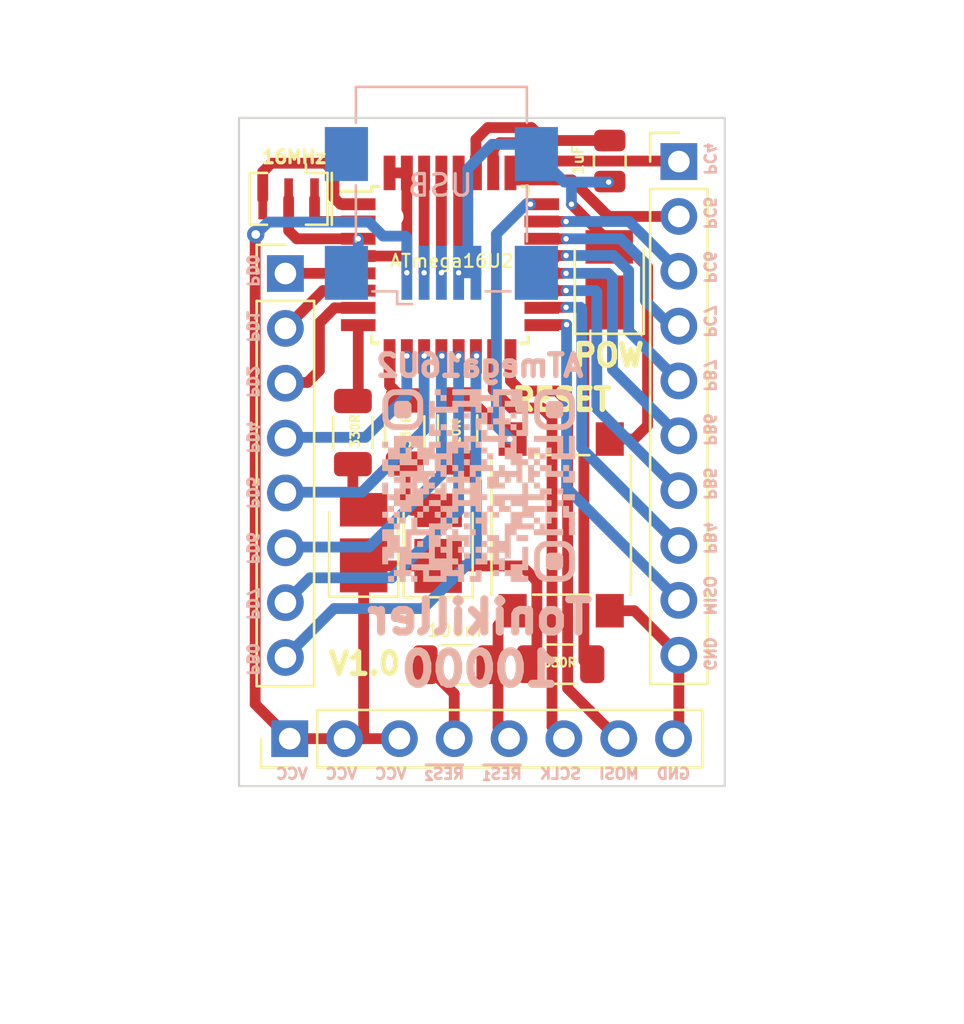
<source format=kicad_pcb>
(kicad_pcb (version 20211014) (generator pcbnew)
  (layers (0 "F.Cu" signal) (31 "B.Cu" signal) (34 "B.Paste" user) (35 "F.Paste" user) (36 "B.SilkS" user "B.Silkscreen") (37 "F.SilkS" user "F.Silkscreen") (38 "B.Mask" user) (39 "F.Mask" user) (44 "Edge.Cuts" user))
  (net 0 "")
  (footprint "Package_QFP:TQFP-32_7x7mm_P0.8mm" (layer "F.Cu") (at 143.35 85.275)
    (fp_text reference "ATmega16U2" (at 0.075 -0.175) (layer "F.SilkS") (effects (font (size 0.6 0.6) (thickness 0.1))))
    (fp_text value "TQFP-32_7x7mm_P0.8mm")
    (pad "1" smd rect (at -4.25 -2.8) (size 1.6 0.55) (layers "F.Cu" "F.Paste" "F.Mask"))
    (pad "2" smd rect (at -4.25 -2) (size 1.6 0.55) (layers "F.Cu" "F.Paste" "F.Mask"))
    (pad "3" smd rect (at -4.25 -1.2) (size 1.6 0.55) (layers "F.Cu" "F.Paste" "F.Mask"))
    (pad "4" smd rect (at -4.25 -0.4) (size 1.6 0.55) (layers "F.Cu" "F.Paste" "F.Mask"))
    (pad "5" smd rect (at -4.25 0.4) (size 1.6 0.55) (layers "F.Cu" "F.Paste" "F.Mask"))
    (pad "6" smd rect (at -4.25 1.2) (size 1.6 0.55) (layers "F.Cu" "F.Paste" "F.Mask"))
    (pad "7" smd rect (at -4.25 2) (size 1.6 0.55) (layers "F.Cu" "F.Paste" "F.Mask"))
    (pad "8" smd rect (at -4.25 2.8) (size 1.6 0.55) (layers "F.Cu" "F.Paste" "F.Mask"))
    (pad "9" smd rect (at -2.8 4.25 90) (size 1.6 0.55) (layers "F.Cu" "F.Paste" "F.Mask"))
    (pad "10" smd rect (at -2 4.25 90) (size 1.6 0.55) (layers "F.Cu" "F.Paste" "F.Mask"))
    (pad "11" smd rect (at -1.2 4.25 90) (size 1.6 0.55) (layers "F.Cu" "F.Paste" "F.Mask"))
    (pad "12" smd rect (at -0.4 4.25 90) (size 1.6 0.55) (layers "F.Cu" "F.Paste" "F.Mask"))
    (pad "13" smd rect (at 0.4 4.25 90) (size 1.6 0.55) (layers "F.Cu" "F.Paste" "F.Mask"))
    (pad "14" smd rect (at 1.2 4.25 90) (size 1.6 0.55) (layers "F.Cu" "F.Paste" "F.Mask"))
    (pad "15" smd rect (at 2 4.25 90) (size 1.6 0.55) (layers "F.Cu" "F.Paste" "F.Mask"))
    (pad "16" smd rect (at 2.8 4.25 90) (size 1.6 0.55) (layers "F.Cu" "F.Paste" "F.Mask"))
    (pad "17" smd rect (at 4.25 2.8) (size 1.6 0.55) (layers "F.Cu" "F.Paste" "F.Mask"))
    (pad "18" smd rect (at 4.25 2) (size 1.6 0.55) (layers "F.Cu" "F.Paste" "F.Mask"))
    (pad "19" smd rect (at 4.25 1.2) (size 1.6 0.55) (layers "F.Cu" "F.Paste" "F.Mask"))
    (pad "20" smd rect (at 4.25 0.4) (size 1.6 0.55) (layers "F.Cu" "F.Paste" "F.Mask"))
    (pad "21" smd rect (at 4.25 -0.4) (size 1.6 0.55) (layers "F.Cu" "F.Paste" "F.Mask"))
    (pad "22" smd rect (at 4.25 -1.2) (size 1.6 0.55) (layers "F.Cu" "F.Paste" "F.Mask"))
    (pad "23" smd rect (at 4.25 -2) (size 1.6 0.55) (layers "F.Cu" "F.Paste" "F.Mask"))
    (pad "24" smd rect (at 4.25 -2.8) (size 1.6 0.55) (layers "F.Cu" "F.Paste" "F.Mask"))
    (pad "25" smd rect (at 2.8 -4.25 90) (size 1.6 0.55) (layers "F.Cu" "F.Paste" "F.Mask"))
    (pad "26" smd rect (at 2 -4.25 90) (size 1.6 0.55) (layers "F.Cu" "F.Paste" "F.Mask"))
    (pad "27" smd rect (at 1.2 -4.25 90) (size 1.6 0.55) (layers "F.Cu" "F.Paste" "F.Mask"))
    (pad "28" smd rect (at 0.4 -4.25 90) (size 1.6 0.55) (layers "F.Cu" "F.Paste" "F.Mask"))
    (pad "29" smd rect (at -0.4 -4.25 90) (size 1.6 0.55) (layers "F.Cu" "F.Paste" "F.Mask"))
    (pad "30" smd rect (at -1.2 -4.25 90) (size 1.6 0.55) (layers "F.Cu" "F.Paste" "F.Mask"))
    (pad "31" smd rect (at -2 -4.25 90) (size 1.6 0.55) (layers "F.Cu" "F.Paste" "F.Mask"))
    (pad "32" smd rect (at -2.8 -4.25 90) (size 1.6 0.55) (layers "F.Cu" "F.Paste" "F.Mask"))
  )
  (footprint "LED_SMD:LED_PLCC_2835_Handsoldering" (layer "F.Cu") (at 142.8 98.175 90)
    (fp_text reference "REF**" hide)
    (fp_text value "LED_PLCC_2835_Handsoldering")
    (pad "1" smd rect (at -1.05 0 90) (size 2.5 2.2) (layers "F.Cu" "F.Paste" "F.Mask"))
    (pad "2" smd rect (at 1.525 0 90) (size 1.55 2.2) (layers "F.Cu" "F.Paste" "F.Mask"))
  )
  (footprint "Resistor_SMD:R_1206_3216Metric" (layer "F.Cu") (at 138.85 93.05 -90)
    (fp_text reference "330R" (at -0.075 -0.1 90) (layer "F.SilkS") (effects (font (size 0.4 0.4) (thickness 0.1))))
    (fp_text value "R_1206_3216Metric")
    (pad "1" smd roundrect (at -1.4625 0 270) (size 1.125 1.75) (layers "F.Cu" "F.Paste" "F.Mask") (roundrect_rratio 0.222222))
    (pad "2" smd roundrect (at 1.4625 0 270) (size 1.125 1.75) (layers "F.Cu" "F.Paste" "F.Mask") (roundrect_rratio 0.222222))
  )
  (footprint "LED_SMD:LED_PLCC_2835_Handsoldering" (layer "F.Cu") (at 150.725 85.975 90)
    (fp_text reference "REF**" hide)
    (fp_text value "LED_PLCC_2835_Handsoldering")
    (pad "1" smd rect (at -1.05 0 90) (size 2.5 2.2) (layers "F.Cu" "F.Paste" "F.Mask"))
    (pad "2" smd rect (at 1.525 0 90) (size 1.55 2.2) (layers "F.Cu" "F.Paste" "F.Mask"))
  )
  (footprint "Resistor_SMD:R_1206_3216Metric" (layer "F.Cu") (at 143.7 92.975 90)
    (fp_text reference "10K" (at -0.05 -0.075 90) (layer "F.SilkS") (effects (font (size 0.4 0.4) (thickness 0.1))))
    (fp_text value "R_1206_3216Metric")
    (pad "1" smd roundrect (at -1.4625 0 90) (size 1.125 1.75) (layers "F.Cu" "F.Paste" "F.Mask") (roundrect_rratio 0.222222))
    (pad "2" smd roundrect (at 1.4625 0 90) (size 1.125 1.75) (layers "F.Cu" "F.Paste" "F.Mask") (roundrect_rratio 0.222222))
  )
  (footprint "Connector_PinHeader_2.54mm:PinHeader_1x08_P2.54mm_Vertical" (layer "F.Cu") (at 135.725 85.685)
    (fp_text reference "REF**" hide)
    (fp_text value "PinHeader_1x08_P2.54mm_Vertical")
    (pad "1" thru_hole rect (at 0 0) (size 1.7 1.7) (drill 1) (layers F&B.Cu *.Mask))
    (pad "2" thru_hole oval (at 0 2.54) (size 1.7 1.7) (drill 1) (layers F&B.Cu *.Mask))
    (pad "3" thru_hole oval (at 0 5.08) (size 1.7 1.7) (drill 1) (layers F&B.Cu *.Mask))
    (pad "4" thru_hole oval (at 0 7.62) (size 1.7 1.7) (drill 1) (layers F&B.Cu *.Mask))
    (pad "5" thru_hole oval (at 0 10.16) (size 1.7 1.7) (drill 1) (layers F&B.Cu *.Mask))
    (pad "6" thru_hole oval (at 0 12.7) (size 1.7 1.7) (drill 1) (layers F&B.Cu *.Mask))
    (pad "7" thru_hole oval (at 0 15.24) (size 1.7 1.7) (drill 1) (layers F&B.Cu *.Mask))
    (pad "8" thru_hole oval (at 0 17.78) (size 1.7 1.7) (drill 1) (layers F&B.Cu *.Mask))
  )
  (footprint "Capacitor_SMD:C_1206_3216Metric" (layer "F.Cu") (at 143.675 103.8)
    (fp_text reference "100nF" (at 0 -1.6) (layer "F.SilkS") (effects (font (size 0.6 0.6) (thickness 0.1))))
    (fp_text value "C_1206_3216Metric")
    (pad "1" smd roundrect (at -1.475 0) (size 1.15 1.8) (layers "F.Cu" "F.Paste" "F.Mask") (roundrect_rratio 0.217391))
    (pad "2" smd roundrect (at 1.475 0) (size 1.15 1.8) (layers "F.Cu" "F.Paste" "F.Mask") (roundrect_rratio 0.217391))
  )
  (footprint "Resistor_SMD:R_1206_3216Metric" (layer "F.Cu") (at 141.25 93.025 -90)
    (fp_text reference "330R" (at -0.05 -0.075 -270) (layer "F.SilkS") (effects (font (size 0.4 0.4) (thickness 0.1))))
    (fp_text value "R_1206_3216Metric")
    (pad "1" smd roundrect (at -1.4625 0 270) (size 1.125 1.75) (layers "F.Cu" "F.Paste" "F.Mask") (roundrect_rratio 0.222222))
    (pad "2" smd roundrect (at 1.4625 0 270) (size 1.125 1.75) (layers "F.Cu" "F.Paste" "F.Mask") (roundrect_rratio 0.222222))
  )
  (footprint "Button_Switch_SMD:SW_Push_1P1T_NO_6x6mm_H9.5mm" (layer "F.Cu") (at 148.5 97.325 90)
    (fp_text reference "RESET" (at 5.8 0.025) (layer "F.SilkS") (effects (font (thickness 0.25))))
    (fp_text value "SW_Push_1P1T_NO_6x6mm_H9.5mm")
    (pad "1" smd rect (at -3.975 -2.25 90) (size 1.55 1.3) (layers "F.Cu" "F.Paste" "F.Mask"))
    (pad "1" smd rect (at 3.975 -2.25 90) (size 1.55 1.3) (layers "F.Cu" "F.Paste" "F.Mask"))
    (pad "2" smd rect (at -3.975 2.25 90) (size 1.55 1.3) (layers "F.Cu" "F.Paste" "F.Mask"))
    (pad "2" smd rect (at 3.975 2.25 90) (size 1.55 1.3) (layers "F.Cu" "F.Paste" "F.Mask"))
  )
  (footprint "Crystal:Resonator_SMD_Murata_CSTxExxV-3Pin_3.0x1.1mm" (layer "F.Cu") (at 135.875 82.225 180)
    (fp_text reference "16MHz" (at -0.25 1.94) (layer "F.SilkS") (effects (font (size 0.6 0.6))))
    (fp_text value "Resonator_SMD_Murata_CSTxExxV-3Pin_3.0x1.1mm")
    (pad "1" smd rect (at -1.2 0 180) (size 0.4 1.9) (layers "F.Cu" "F.Paste" "F.Mask"))
    (pad "2" smd rect (at 0 0 180) (size 0.4 1.9) (layers "F.Cu" "F.Paste" "F.Mask"))
    (pad "3" smd rect (at 1.2 0 180) (size 0.4 1.9) (layers "F.Cu" "F.Paste" "F.Mask"))
  )
  (footprint "Connector_PinHeader_2.54mm:PinHeader_1x10_P2.54mm_Vertical" (layer "F.Cu") (at 153.95 80.5)
    (fp_text reference "REF**" hide)
    (fp_text value "PinHeader_1x10_P2.54mm_Vertical")
    (pad "1" thru_hole rect (at 0 0) (size 1.7 1.7) (drill 1) (layers *.Cu *.Mask))
    (pad "2" thru_hole oval (at 0 2.54) (size 1.7 1.7) (drill 1) (layers *.Cu *.Mask))
    (pad "3" thru_hole oval (at 0 5.08) (size 1.7 1.7) (drill 1) (layers *.Cu *.Mask))
    (pad "4" thru_hole oval (at 0 7.62) (size 1.7 1.7) (drill 1) (layers *.Cu *.Mask))
    (pad "5" thru_hole oval (at 0 10.16) (size 1.7 1.7) (drill 1) (layers *.Cu *.Mask))
    (pad "6" thru_hole oval (at 0 12.7) (size 1.7 1.7) (drill 1) (layers *.Cu *.Mask))
    (pad "7" thru_hole oval (at 0 15.24) (size 1.7 1.7) (drill 1) (layers *.Cu *.Mask))
    (pad "8" thru_hole oval (at 0 17.78) (size 1.7 1.7) (drill 1) (layers *.Cu *.Mask))
    (pad "9" thru_hole oval (at 0 20.32) (size 1.7 1.7) (drill 1) (layers *.Cu *.Mask))
    (pad "10" thru_hole oval (at 0 22.86) (size 1.7 1.7) (drill 1) (layers *.Cu *.Mask))
  )
  (footprint "Connector_PinHeader_2.54mm:PinHeader_1x08_P2.54mm_Vertical" (layer "F.Cu") (at 135.925 107.225 90)
    (fp_text reference "REF**" hide)
    (fp_text value "PinHeader_1x08_P2.54mm_Vertical")
    (pad "1" thru_hole rect (at 0 0 90) (size 1.7 1.7) (drill 1) (layers F&B.Cu *.Mask))
    (pad "2" thru_hole oval (at 0 2.54 90) (size 1.7 1.7) (drill 1) (layers F&B.Cu *.Mask))
    (pad "3" thru_hole oval (at 0 5.08 90) (size 1.7 1.7) (drill 1) (layers F&B.Cu *.Mask))
    (pad "4" thru_hole oval (at 0 7.62 90) (size 1.7 1.7) (drill 1) (layers F&B.Cu *.Mask))
    (pad "5" thru_hole oval (at 0 10.16 90) (size 1.7 1.7) (drill 1) (layers F&B.Cu *.Mask))
    (pad "6" thru_hole oval (at 0 12.7 90) (size 1.7 1.7) (drill 1) (layers F&B.Cu *.Mask))
    (pad "7" thru_hole oval (at 0 15.24 90) (size 1.7 1.7) (drill 1) (layers F&B.Cu *.Mask))
    (pad "8" thru_hole oval (at 0 17.78 90) (size 1.7 1.7) (drill 1) (layers F&B.Cu *.Mask))
  )
  (footprint "Resistor_SMD:R_1206_3216Metric" (layer "F.Cu") (at 148.475 103.775)
    (fp_text reference "330R" (at -0.05 -0.075) (layer "F.SilkS") (effects (font (size 0.4 0.4) (thickness 0.1))))
    (fp_text value "R_1206_3216Metric")
    (pad "1" smd roundrect (at -1.4625 0) (size 1.125 1.75) (layers "F.Cu" "F.Paste" "F.Mask") (roundrect_rratio 0.222222))
    (pad "2" smd roundrect (at 1.4625 0) (size 1.125 1.75) (layers "F.Cu" "F.Paste" "F.Mask") (roundrect_rratio 0.222222))
  )
  (footprint "LED_SMD:LED_PLCC_2835_Handsoldering" (layer "F.Cu") (at 139.35 98.15 90)
    (fp_text reference "REF**" hide)
    (fp_text value "LED_PLCC_2835_Handsoldering")
    (pad "1" smd rect (at -1.05 0 90) (size 2.5 2.2) (layers "F.Cu" "F.Paste" "F.Mask"))
    (pad "2" smd rect (at 1.525 0 90) (size 1.55 2.2) (layers "F.Cu" "F.Paste" "F.Mask"))
  )
  (footprint "Capacitor_SMD:C_0805_2012Metric" (layer "F.Cu") (at 150.75 80.475 -90)
    (fp_text reference "1uF" (at -0.05 1.475 90) (layer "F.SilkS") (effects (font (size 0.5 0.5) (thickness 0.1))))
    (fp_text value "C_0805_2012Metric")
    (pad "1" smd roundrect (at -0.95 0 270) (size 1 1.45) (layers "F.Cu" "F.Paste" "F.Mask"))
    (pad "2" smd roundrect (at 0.95 0 270) (size 1 1.45) (layers "F.Cu" "F.Paste" "F.Mask"))
  )
  (footprint "Connector_USB:USB_Mini-B_Wuerth_65100516121_Horizontal" (layer "B.Cu") (at 142.95 83.05)
    (fp_text reference "USB" (at -0.05 -1.45) (layer "B.SilkS") (effects (justify mirror)))
    (fp_text value "USB_Mini-B_Wuerth_65100516121_Horizontal")
    (pad "" np_thru_hole circle (at -2.2 0) (size 0.9 0.9) (drill 0.9) (layers *.Cu *.Mask))
    (pad "" np_thru_hole circle (at 2.2 0) (size 0.9 0.9) (drill 0.9) (layers *.Cu *.Mask))
    (pad "1" smd rect (at -1.6 2.6) (size 0.5 2.5) (layers "B.Cu" "B.Paste" "B.Mask"))
    (pad "2" smd rect (at -0.8 2.6) (size 0.5 2.5) (layers "B.Cu" "B.Paste" "B.Mask"))
    (pad "3" smd rect (at 0 2.6) (size 0.5 2.5) (layers "B.Cu" "B.Paste" "B.Mask"))
    (pad "4" smd rect (at 0.8 2.6) (size 0.5 2.5) (layers "B.Cu" "B.Paste" "B.Mask"))
    (pad "5" smd rect (at 1.6 2.6) (size 0.5 2.5) (layers "B.Cu" "B.Paste" "B.Mask"))
    (pad "6" smd rect (at -4.4 2.6) (size 2 2.5) (layers "B.Cu" "B.Paste" "B.Mask"))
    (pad "6" smd rect (at -4.4 -2.9) (size 2 2.5) (layers "B.Cu" "B.Paste" "B.Mask"))
    (pad "6" smd rect (at 4.4 2.6) (size 2 2.5) (layers "B.Cu" "B.Paste" "B.Mask"))
    (pad "6" smd rect (at 4.4 -2.9) (size 2 2.5) (layers "B.Cu" "B.Paste" "B.Mask"))
  )
  (footprint "LOGO" (layer "B.Cu") (at 144.675 95.5 180)
    (fp_text reference "G***" hide)
    (fp_text value "LOGO" hide)
  )
  (gr_rect (start 133.575 78.475) (end 156.075 109.425) (layer "Edge.Cuts") (width 0.1) (fill none))
  (gr_text "PC4" (at 155.375 80.375 270) (layer "B.SilkS") (effects (font (size 0.5 0.5) (thickness 0.125)) (justify mirror)))
  (gr_text "GND" (at 153.7 108.85) (layer "B.SilkS") (effects (font (size 0.5 0.5) (thickness 0.125)) (justify mirror)))
  (gr_text "~{RES_{1}}" (at 145.75765 108.85) (layer "B.SilkS") (effects (font (size 0.5 0.5) (thickness 0.125)) (justify mirror)))
  (gr_text "PD7\n" (at 134.2 100.978568 -90) (layer "B.SilkS") (effects (font (size 0.5 0.5) (thickness 0.125)) (justify mirror)))
  (gr_text "PB4" (at 155.375 97.927773 270) (layer "B.SilkS") (effects (font (size 0.5 0.5) (thickness 0.125)) (justify mirror)))
  (gr_text "VCC" (at 138.315305 108.85) (layer "B.SilkS") (effects (font (size 0.5 0.5) (thickness 0.125)) (justify mirror)))
  (gr_text "PB6" (at 155.375 92.912695 270) (layer "B.SilkS") (effects (font (size 0.5 0.5) (thickness 0.125)) (justify mirror)))
  (gr_text "SCLK" (at 148.464622 108.85) (layer "B.SilkS") (effects (font (size 0.5 0.5) (thickness 0.125)) (justify mirror)))
  (gr_text "Tonikiller\n10000\n" (at 144.725 102.8) (layer "B.SilkS") (effects (font (size 1.5 1.5) (thickness 0.375)) (justify mirror)))
  (gr_text "VCC" (at 136.025 108.85) (layer "B.SilkS") (effects (font (size 0.5 0.5) (thickness 0.125)) (justify mirror)))
  (gr_text "~{RES_{2}}" (at 143.086392 108.85) (layer "B.SilkS") (effects (font (size 0.5 0.5) (thickness 0.125)) (justify mirror)))
  (gr_text "MOSI" (at 151.171594 108.85) (layer "B.SilkS") (effects (font (size 0.5 0.5) (thickness 0.125)) (justify mirror)))
  (gr_text "PD0" (at 134.2 85.55 -90) (layer "B.SilkS") (effects (font (size 0.5 0.5) (thickness 0.125)) (justify mirror)))
  (gr_text "VCC" (at 140.60561 108.85) (layer "B.SilkS") (effects (font (size 0.5 0.5) (thickness 0.125)) (justify mirror)))
  (gr_text "PC5" (at 155.375 82.882539 270) (layer "B.SilkS") (effects (font (size 0.5 0.5) (thickness 0.125)) (justify mirror)))
  (gr_text "GND" (at 155.375 103.3 270) (layer "B.SilkS") (effects (font (size 0.5 0.5) (thickness 0.125)) (justify mirror)))
  (gr_text "PB5" (at 155.375 95.420234 270) (layer "B.SilkS") (effects (font (size 0.5 0.5) (thickness 0.125)) (justify mirror)))
  (gr_text "PD2" (at 134.2 90.692856 -90) (layer "B.SilkS") (effects (font (size 0.5 0.5) (thickness 0.125)) (justify mirror)))
  (gr_text "PC7" (at 155.375 87.897617 270) (layer "B.SilkS") (effects (font (size 0.5 0.5) (thickness 0.125)) (justify mirror)))
  (gr_text "PD5" (at 134.2 95.835712 -90) (layer "B.SilkS") (effects (font (size 0.5 0.5) (thickness 0.125)) (justify mirror)))
  (gr_text "PB7" (at 155.375 90.405156 270) (layer "B.SilkS") (effects (font (size 0.5 0.5) (thickness 0.125)) (justify mirror)))
  (gr_text "PD6\n" (at 134.2 98.40714 -90) (layer "B.SilkS") (effects (font (size 0.5 0.5) (thickness 0.125)) (justify mirror)))
  (gr_text "MISO" (at 155.375 100.601979 270) (layer "B.SilkS") (effects (font (size 0.5 0.5) (thickness 0.125)) (justify mirror)))
  (gr_text "PC6" (at 155.375 85.390078 270) (layer "B.SilkS") (effects (font (size 0.5 0.5) (thickness 0.125)) (justify mirror)))
  (gr_text "PB0\n" (at 134.2 103.55 -90) (layer "B.SilkS") (effects (font (size 0.5 0.5) (thickness 0.125)) (justify mirror)))
  (gr_text "PD1" (at 134.2 88.121428 -90) (layer "B.SilkS") (effects (font (size 0.5 0.5) (thickness 0.125)) (justify mirror)))
  (gr_text "ATmega16U2" (at 144.725 89.95) (layer "B.SilkS") (effects (font (size 1 1) (thickness 0.25)) (justify mirror)))
  (gr_text "PD4" (at 134.2 93.264284 -90) (layer "B.SilkS") (effects (font (size 0.5 0.5) (thickness 0.125)) (justify mirror)))
  (gr_text "POW" (at 150.7 89.475) (layer "F.SilkS") (effects (font (size 1 1) (thickness 0.25))))
  (gr_text "V1.0" (at 139.4 103.75) (layer "F.SilkS") (effects (font (size 1 1) (thickness 0.25))))
  (segment (start 135.875 83.7) (end 135.875 82.225) (width 0.5) (layer "F.Cu") (net 0))
  (segment (start 142.15 81.025) (end 142.15 85.65) (width 0.5) (layer "F.Cu") (net 0))
  (segment (start 147.625 87.25) (end 147.6 87.275) (width 0.5) (layer "F.Cu") (net 0))
  (segment (start 148.725 87.25) (end 147.625 87.25) (width 0.5) (layer "F.Cu") (net 0))
  (segment (start 139.35 99.2) (end 139.35 107.2) (width 0.5) (layer "F.Cu") (net 0))
  (segment (start 147.375 99.925) (end 146.925 99.475) (width 0.5) (layer "F.Cu") (net 0))
  (segment (start 134.325 98.875) (end 134.325 83.9) (width 0.5) (layer "F.Cu") (net 0))
  (segment (start 145.35 89.525) (end 145.35 91.075) (width 0.5) (layer "F.Cu") (net 0))
  (segment (start 146.15 90.65) (end 146.625 91.125) (width 0.5) (layer "F.Cu") (net 0))
  (segment (start 143.75 81.025) (end 143.75 85.65) (width 0.5) (layer "F.Cu") (net 0))
  (segment (start 141.6 96.65) (end 142.8 96.65) (width 0.5) (layer "F.Cu") (net 0))
  (segment (start 145.575 101.975) (end 145.575 106.715) (width 0.5) (layer "F.Cu") (net 0))
  (segment (start 152.5 85.375) (end 152.5 92.725) (width 0.5) (layer "F.Cu") (net 0))
  (segment (start 139.1 83.275) (end 137.2 83.275) (width 0.5) (layer "F.Cu") (net 0))
  (segment (start 137.975 82.175) (end 138.275 82.475) (width 0.5) (layer "F.Cu") (net 0))
  (segment (start 143.545 105.145) (end 143.545 107.225) (width 0.5) (layer "F.Cu") (net 0))
  (segment (start 143.7 94.4375) (end 144.575 95.3125) (width 0.5) (layer "F.Cu") (net 0))
  (segment (start 144.575 95.3125) (end 144.575 99.175) (width 0.5) (layer "F.Cu") (net 0))
  (segment (start 146.25 101.3) (end 145.575 101.975) (width 0.5) (layer "F.Cu") (net 0))
  (segment (start 145.575 106.715) (end 146.085 107.225) (width 0.5) (layer "F.Cu") (net 0))
  (segment (start 150.69 83.04) (end 153.95 83.04) (width 0.5) (layer "F.Cu") (net 0))
  (segment (start 144.575 99.175) (end 144.525 99.225) (width 0.5) (layer "F.Cu") (net 0))
  (segment (start 138.85 94.5125) (end 138.85 96.125) (width 0.5) (layer "F.Cu") (net 0))
  (segment (start 144.55 79.475) (end 145.1 78.925) (width 0.5) (layer "F.Cu") (net 0))
  (segment (start 139.35 107.2) (end 139.325 107.225) (width 0.5) (layer "F.Cu") (net 0))
  (segment (start 135.925 107.225) (end 138.465 107.225) (width 0.5) (layer "F.Cu") (net 0))
  (segment (start 148.725 84.85) (end 147.625 84.85) (width 0.5) (layer "F.Cu") (net 0))
  (segment (start 134.675 82.225) (end 134.675 80.975) (width 0.5) (layer "F.Cu") (net 0))
  (segment (start 139.1 85.675) (end 135.775 85.675) (width 0.5) (layer "F.Cu") (net 0))
  (segment (start 150.75 101.3) (end 151.89 101.3) (width 0.5) (layer "F.Cu") (net 0))
  (segment (start 141.275 94.5125) (end 141.275 96.325) (width 0.5) (layer "F.Cu") (net 0))
  (segment (start 148.8 104.9) (end 151.125 107.225) (width 0.5) (layer "F.Cu") (net 0))
  (segment (start 147.375 100.95) (end 147.375 99.925) (width 0.5) (layer "F.Cu") (net 0))
  (segment (start 146.675 99.225) (end 144.525 99.225) (width 0.5) (layer "F.Cu") (net 0))
  (segment (start 148.725 84.075) (end 147.6 84.075) (width 0.5) (layer "F.Cu") (net 0))
  (segment (start 136.25 84.075) (end 135.875 83.7) (width 0.5) (layer "F.Cu") (net 0))
  (segment (start 137.2 83.275) (end 137.075 83.15) (width 0.5) (layer "F.Cu") (net 0))
  (segment (start 134.325 105.625) (end 134.325 98.875) (width 0.5) (layer "F.Cu") (net 0))
  (segment (start 152.5 92.725) (end 151.875 93.35) (width 0.5) (layer "F.Cu") (net 0))
  (segment (start 136.745 90.73) (end 135.75 90.73) (width 0.5) (layer "F.Cu") (net 0))
  (segment (start 153.95 106.98) (end 153.705 107.225) (width 0.5) (layer "F.Cu") (net 0))
  (segment (start 145.1 78.925) (end 147.125 78.925) (width 0.5) (layer "F.Cu") (net 0))
  (segment (start 138 87.275) (end 137.3 87.975) (width 0.5) (layer "F.Cu") (net 0))
  (segment (start 142.95 81.025) (end 142.95 85.65) (width 0.5) (layer "F.Cu") (net 0))
  (segment (start 146.95 103.7) (end 147.375 103.275) (width 0.5) (layer "F.Cu") (net 0))
  (segment (start 147.125 78.925) (end 147.725 79.525) (width 0.5) (layer "F.Cu") (net 0))
  (segment (start 140.55 89.525) (end 140.55 90.8625) (width 0.5) (layer "F.Cu") (net 0))
  (segment (start 141.275 96.325) (end 141.6 96.65) (width 0.5) (layer "F.Cu") (net 0))
  (segment (start 148.975 82.475) (end 150.725 84.225) (width 0.5) (layer "F.Cu") (net 0))
  (segment (start 144.2875 91.5125) (end 146.125 93.35) (width 0.5) (layer "F.Cu") (net 0))
  (segment (start 134.325 83.9) (end 134.35 83.875) (width 0.5) (layer "F.Cu") (net 0))
  (segment (start 146.625 91.125) (end 148.3 91.125) (width 0.5) (layer "F.Cu") (net 0))
  (segment (start 150.725 84.225) (end 150.725 84.45) (width 0.5) (layer "F.Cu") (net 0))
  (segment (start 151.89 101.3) (end 153.95 103.36) (width 0.5) (layer "F.Cu") (net 0))
  (segment (start 151.875 93.35) (end 150.75 93.35) (width 0.5) (layer "F.Cu") (net 0))
  (segment (start 141.35 85.65) (end 141.35 81.025) (width 0.5) (layer "F.Cu") (net 0))
  (segment (start 140.55 90.8625) (end 141.25 91.5625) (width 0.5) (layer "F.Cu") (net 0))
  (segment (start 139.375 99.225) (end 139.35 99.2) (width 0.5) (layer "F.Cu") (net 0))
  (segment (start 153.95 103.36) (end 153.95 106.98) (width 0.5) (layer "F.Cu") (net 0))
  (segment (start 146.1875 91.9125) (end 147.6125 91.9125) (width 0.5) (layer "F.Cu") (net 0))
  (segment (start 139.1 91.3375) (end 138.85 91.5875) (width 0.5) (layer "F.Cu") (net 0))
  (segment (start 148.725 83.275) (end 147.6 83.275) (width 0.5) (layer "F.Cu") (net 0))
  (segment (start 134.675 80.975) (end 135.075 80.575) (width 0.5) (layer "F.Cu") (net 0))
  (segment (start 150.725 84.45) (end 151.575 84.45) (width 0.5) (layer "F.Cu") (net 0))
  (segment (start 146.925 99.475) (end 146.675 99.225) (width 0.5) (layer "F.Cu") (net 0))
  (segment (start 148.075 106.675) (end 148.625 107.225) (width 0.5) (layer "F.Cu") (net 0))
  (segment (start 141.25 94.4875) (end 141.275 94.5125) (width 0.5) (layer "F.Cu") (net 0))
  (segment (start 138.85 96.125) (end 139.35 96.625) (width 0.5) (layer "F.Cu") (net 0))
  (segment (start 151.575 84.45) (end 152.5 85.375) (width 0.5) (layer "F.Cu") (net 0))
  (segment (start 137.575 80.575) (end 137.975 80.975) (width 0.5) (layer "F.Cu") (net 0))
  (segment (start 141.3 84.875) (end 139.1 84.875) (width 0.5) (layer "F.Cu") (net 0))
  (segment (start 144.525 99.225) (end 142.8 99.225) (width 0.5) (layer "F.Cu") (net 0))
  (segment (start 144.55 81.025) (end 144.55 79.475) (width 0.5) (layer "F.Cu") (net 0))
  (segment (start 137.465 86.475) (end 135.75 88.19) (width 0.5) (layer "F.Cu") (net 0))
  (segment (start 135.925 107.225) (end 134.325 105.625) (width 0.5) (layer "F.Cu") (net 0))
  (segment (start 147.625 84.85) (end 147.6 84.875) (width 0.5) (layer "F.Cu") (net 0))
  (segment (start 148.725 86.475) (end 147.6 86.475) (width 0.5) (layer "F.Cu") (net 0))
  (segment (start 147.375 103.275) (end 147.375 100.95) (width 0.5) (layer "F.Cu") (net 0))
  (segment (start 138.465 107.225) (end 141.005 107.225) (width 0.5) (layer "F.Cu") (net 0))
  (segment (start 143.7 91.5125) (end 144.2875 91.5125) (width 0.5) (layer "F.Cu") (net 0))
  (segment (start 148.725 85.675) (end 147.6 85.675) (width 0.5) (layer "F.Cu") (net 0))
  (segment (start 149.55 88.2) (end 149.55 103.6125) (width 0.5) (layer "F.Cu") (net 0))
  (segment (start 146.15 89.525) (end 146.15 90.65) (width 0.5) (layer "F.Cu") (net 0))
  (segment (start 148.075 92.375) (end 148.075 106.675) (width 0.5) (layer "F.Cu") (net 0))
  (segment (start 137.3 90.175) (end 136.745 90.73) (width 0.5) (layer "F.Cu") (net 0))
  (segment (start 148.8 91.625) (end 148.8 104.9) (width 0.5) (layer "F.Cu") (net 0))
  (segment (start 139.1 87.275) (end 138 87.275) (width 0.5) (layer "F.Cu") (net 0))
  (segment (start 149 81.35) (end 150.69 83.04) (width 0.5) (layer "F.Cu") (net 0))
  (segment (start 139.6375 99.4875) (end 139.35 99.2) (width 0.5) (layer "F.Cu") (net 0))
  (segment (start 137.3 87.975) (end 137.3 90.175) (width 0.5) (layer "F.Cu") (net 0))
  (segment (start 139.325 107.225) (end 138.465 107.225) (width 0.5) (layer "F.Cu") (net 0))
  (segment (start 149.55 103.6125) (end 149.6625 103.725) (width 0.5) (layer "F.Cu") (net 0))
  (segment (start 151.125 107.225) (end 151.165 107.225) (width 0.5) (layer "F.Cu") (net 0))
  (segment (start 147.475 80.475) (end 153.925 80.475) (width 0.5) (layer "F.Cu") (net 0))
  (segment (start 150.725 87.025) (end 149.55 88.2) (width 0.5) (layer "F.Cu") (net 0))
  (segment (start 147.625 88.05) (end 147.6 88.075) (width 0.5) (layer "F.Cu") (net 0))
  (segment (start 147.725 79.525) (end 150.75 79.525) (width 0.5) (layer "F.Cu") (net 0))
  (segment (start 141.35 81.025) (end 140.55 81.025) (width 0.5) (layer "F.Cu") (net 0))
  (segment (start 145.35 81.025) (end 145.35 79.925) (width 0.5) (layer "F.Cu") (net 0))
  (segment (start 145.35 79.925) (end 145.65 79.625) (width 0.5) (layer "F.Cu") (net 0))
  (segment (start 148.75 88.05) (end 147.625 88.05) (width 0.5) (layer "F.Cu") (net 0))
  (segment (start 145.35 91.075) (end 146.1875 91.9125) (width 0.5) (layer "F.Cu") (net 0))
  (segment (start 137.975 80.975) (end 137.975 82.175) (width 0.5) (layer "F.Cu") (net 0))
  (segment (start 146.475 81.35) (end 149 81.35) (width 0.5) (layer "F.Cu") (net 0))
  (segment (start 148.3 91.125) (end 148.8 91.625) (width 0.5) (layer "F.Cu") (net 0))
  (segment (start 138.275 82.475) (end 139.1 82.475) (width 0.5) (layer "F.Cu") (net 0))
  (segment (start 135.075 80.575) (end 137.575 80.575) (width 0.5) (layer "F.Cu") (net 0))
  (segment (start 145.65 79.625) (end 146.625 79.625) (width 0.5) (layer "F.Cu") (net 0))
  (segment (start 146.15 81.025) (end 146.475 81.35) (width 0.5) (layer "F.Cu") (net 0))
  (segment (start 146.625 79.625) (end 147.475 80.475) (width 0.5) (layer "F.Cu") (net 0))
  (segment (start 142.2 103.8) (end 143.545 105.145) (width 0.5) (layer "F.Cu") (net 0))
  (segment (start 135.775 85.675) (end 135.75 85.65) (width 0.5) (layer "F.Cu") (net 0))
  (segment (start 139.1 84.075) (end 136.25 84.075) (width 0.5) (layer "F.Cu") (net 0))
  (segment (start 153.925 80.475) (end 153.95 80.5) (width 0.5) (layer "F.Cu") (net 0))
  (segment (start 141.35 84.825) (end 141.3 84.875) (width 0.5) (layer "F.Cu") (net 0))
  (segment (start 137.075 83.15) (end 137.075 82.225) (width 0.5) (layer "F.Cu") (net 0))
  (segment (start 139.1 86.475) (end 137.465 86.475) (width 0.5) (layer "F.Cu") (net 0))
  (segment (start 139.1 88.075) (end 139.1 91.3375) (width 0.5) (layer "F.Cu") (net 0))
  (segment (start 142.8 99.225) (end 139.375 99.225) (width 0.5) (layer "F.Cu") (net 0))
  (segment (start 147.6125 91.9125) (end 148.075 92.375) (width 0.5) (layer "F.Cu") (net 0))
  (via (at 141.35 85.65) (size 0.5) (drill 0.25) (layers "F.Cu" "B.Cu") (net 0))
  (via (at 143.75 85.65) (size 0.5) (drill 0.25) (layers "F.Cu" "B.Cu") (net 0))
  (via (at 148.975 82.475) (size 0.5) (drill 0.25) (layers "F.Cu" "B.Cu") (net 0))
  (via (at 148.75 88.05) (size 0.5) (drill 0.25) (layers "F.Cu" "B.Cu") (net 0))
  (via (at 142.95 85.65) (size 0.5) (drill 0.25) (layers "F.Cu" "B.Cu") (net 0))
  (via (at 134.35 83.875) (size 0.8) (drill 0.4) (layers "F.Cu" "B.Cu") (net 0))
  (via (at 148.725 84.85) (size 0.5) (drill 0.25) (layers "F.Cu" "B.Cu") (net 0))
  (via (at 142.975 89.5) (size 0.5) (drill 0.25) (layers "F.Cu" "B.Cu") (net 0))
  (via (at 148.725 84.075) (size 0.5) (drill 0.25) (layers "F.Cu" "B.Cu") (net 0))
  (via (at 139.1 84.075) (size 0.5) (drill 0.25) (layers "F.Cu" "B.Cu") (net 0))
  (via (at 141.35 89.5) (size 0.5) (drill 0.25) (layers "F.Cu" "B.Cu") (net 0))
  (via (at 148.725 87.25) (size 0.5) (drill 0.25) (layers "F.Cu" "B.Cu") (net 0))
  (via (at 148.725 83.275) (size 0.5) (drill 0.25) (layers "F.Cu" "B.Cu") (net 0))
  (via (at 143.75 89.5) (size 0.5) (drill 0.25) (layers "F.Cu" "B.Cu") (net 0))
  (via (at 147.075 82.475) (size 0.5) (drill 0.25) (layers "F.Cu" "B.Cu") (net 0))
  (via (at 144.575 89.5) (size 0.5) (drill 0.25) (layers "F.Cu" "B.Cu") (net 0))
  (via (at 142.15 85.65) (size 0.5) (drill 0.25) (layers "F.Cu" "B.Cu") (net 0))
  (via (at 148.725 86.475) (size 0.5) (drill 0.25) (layers "F.Cu" "B.Cu") (net 0))
  (via (at 150.7 81.45) (size 0.5) (drill 0.25) (layers "F.Cu" "B.Cu") (net 0))
  (via (at 142.15 89.5) (size 0.5) (drill 0.25) (layers "F.Cu" "B.Cu") (net 0))
  (via (at 148.725 85.675) (size 0.5) (drill 0.25) (layers "F.Cu" "B.Cu") (net 0))
  (via (at 146.125 93.35) (size 0.5) (drill 0.25) (layers "F.Cu" "B.Cu") (net 0))
  (segment (start 152.4 85.225) (end 152.4 86.95) (width 0.5) (layer "B.Cu") (net 0))
  (segment (start 142.15 89.525) (end 142.15 92.925) (width 0.5) (layer "B.Cu") (net 0))
  (segment (start 142.95 89.525) (end 142.95 95) (width 0.5) (layer "B.Cu") (net 0))
  (segment (start 148.75 95.62) (end 153.95 100.82) (width 0.5) (layer "B.Cu") (net 0))
  (segment (start 146.875 82.475) (end 147.075 82.475) (width 0.5) (layer "B.Cu") (net 0))
  (segment (start 150.925 84.85) (end 151.625 85.55) (width 0.5) (layer "B.Cu") (net 0))
  (segment (start 145.5 83.85) (end 146.875 82.475) (width 0.5) (layer "B.Cu") (net 0))
  (segment (start 143.75 89.525) (end 143.75 96.675) (width 0.5) (layer "B.Cu") (net 0))
  (segment (start 149.45 87.3) (end 149.45 93.78) (width 0.5) (layer "B.Cu") (net 0))
  (segment (start 152.4 86.95) (end 153.57 88.12) (width 0.5) (layer "B.Cu") (net 0))
  (segment (start 139.1 84.075) (end 139.1 85.1) (width 0.5) (layer "B.Cu") (net 0))
  (segment (start 148.65 81.45) (end 147.35 80.15) (width 0.5) (layer "B.Cu") (net 0))
  (segment (start 145.3 79.7) (end 147.425 79.7) (width 0.5) (layer "B.Cu") (net 0))
  (segment (start 141.35 91.35) (end 139.43 93.27) (width 0.5) (layer "B.Cu") (net 0))
  (segment (start 139.43 93.27) (end 135.75 93.27) (width 0.5) (layer "B.Cu") (net 0))
  (segment (start 143.75 85.65) (end 144.55 85.65) (width 0.5) (layer "B.Cu") (net 0))
  (segment (start 140.25 83.95) (end 141.275 83.95) (width 0.5) (layer "B.Cu") (net 0))
  (segment (start 139.6 83.3) (end 140.25 83.95) (width 0.5) (layer "B.Cu") (net 0))
  (segment (start 142.95 95) (end 139.6 98.35) (width 0.5) (layer "B.Cu") (net 0))
  (segment (start 141.35 84.025) (end 141.35 85.65) (width 0.5) (layer "B.Cu") (net 0))
  (segment (start 148.975 82.475) (end 148.975 81.45) (width 0.5) (layer "B.Cu") (net 0))
  (segment (start 148.725 86.475) (end 150.075 86.475) (width 0.5) (layer "B.Cu") (net 0))
  (segment (start 145.5 92.725) (end 145.5 83.85) (width 0.5) (layer "B.Cu") (net 0))
  (segment (start 144.175 85.275) (end 144.175 80.825) (width 0.5) (layer "B.Cu") (net 0))
  (segment (start 134.925 83.3) (end 139.6 83.3) (width 0.5) (layer "B.Cu") (net 0))
  (segment (start 148.75 88.05) (end 148.75 95.62) (width 0.5) (layer "B.Cu") (net 0))
  (segment (start 146.125 93.35) (end 145.5 92.725) (width 0.5) (layer "B.Cu") (net 0))
  (segment (start 148.725 83.275) (end 151.645 83.275) (width 0.5) (layer "B.Cu") (net 0))
  (segment (start 137.98 101.2) (end 135.75 103.43) (width 0.5) (layer "B.Cu") (net 0))
  (segment (start 148.725 85.675) (end 150.675 85.675) (width 0.5) (layer "B.Cu") (net 0))
  (segment (start 150.875 85.875) (end 150.875 90.125) (width 0.5) (layer "B.Cu") (net 0))
  (segment (start 141.35 89.525) (end 141.35 91.35) (width 0.5) (layer "B.Cu") (net 0))
  (segment (start 150.15 91.94) (end 153.95 95.74) (width 0.5) (layer "B.Cu") (net 0))
  (segment (start 151.645 83.275) (end 153.95 85.58) (width 0.5) (layer "B.Cu") (net 0))
  (segment (start 151.25 84.075) (end 152.4 85.225) (width 0.5) (layer "B.Cu") (net 0))
  (segment (start 144.55 98.75) (end 142.1 101.2) (width 0.5) (layer "B.Cu") (net 0))
  (segment (start 153.57 88.12) (end 153.95 88.12) (width 0.5) (layer "B.Cu") (net 0))
  (segment (start 148.725 87.25) (end 149.4 87.25) (width 0.5) (layer "B.Cu") (net 0))
  (segment (start 151.625 88.35) (end 153.935 90.66) (width 0.5) (layer "B.Cu") (net 0))
  (segment (start 148.725 84.075) (end 151.25 84.075) (width 0.5) (layer "B.Cu") (net 0))
  (segment (start 151.625 85.55) (end 151.625 88.35) (width 0.5) (layer "B.Cu") (net 0))
  (segment (start 142.15 92.925) (end 139.265 95.81) (width 0.5) (layer "B.Cu") (net 0))
  (segment (start 134.35 83.875) (end 134.925 83.3) (width 0.5) (layer "B.Cu") (net 0))
  (segment (start 139.265 95.81) (end 135.75 95.81) (width 0.5) (layer "B.Cu") (net 0))
  (segment (start 143.75 96.675) (end 140.65 99.775) (width 0.5) (layer "B.Cu") (net 0))
  (segment (start 149.45 93.78) (end 153.95 98.28) (width 0.5) (layer "B.Cu") (net 0))
  (segment (start 150.15 86.55) (end 150.15 91.94) (width 0.5) (layer "B.Cu") (net 0))
  (segment (start 144.55 85.65) (end 144.175 85.275) (width 0.5) (layer "B.Cu") (net 0))
  (segment (start 136.865 99.775) (end 135.75 100.89) (width 0.5) (layer "B.Cu") (net 0))
  (segment (start 139.6 98.35) (end 135.75 98.35) (width 0.5) (layer "B.Cu") (net 0))
  (segment (start 149.4 87.25) (end 149.45 87.3) (width 0.5) (layer "B.Cu") (net 0))
  (segment (start 141.275 83.95) (end 141.35 84.025) (width 0.5) (layer "B.Cu") (net 0))
  (segment (start 150.7 81.45) (end 148.975 81.45) (width 0.5) (layer "B.Cu") (net 0))
  (segment (start 148.975 81.45) (end 148.65 81.45) (width 0.5) (layer "B.Cu") (net 0))
  (segment (start 148.725 84.85) (end 150.925 84.85) (width 0.5) (layer "B.Cu") (net 0))
  (segment (start 150.075 86.475) (end 150.15 86.55) (width 0.5) (layer "B.Cu") (net 0))
  (segment (start 153.935 90.66) (end 153.95 90.66) (width 0.5) (layer "B.Cu") (net 0))
  (segment (start 150.675 85.675) (end 150.875 85.875) (width 0.5) (layer "B.Cu") (net 0))
  (segment (start 144.55 89.525) (end 144.55 98.75) (width 0.5) (layer "B.Cu") (net 0))
  (segment (start 139.1 85.1) (end 138.55 85.65) (width 0.5) (layer "B.Cu") (net 0))
  (segment (start 150.875 90.125) (end 153.95 93.2) (width 0.5) (layer "B.Cu") (net 0))
  (segment (start 144.175 80.825) (end 145.3 79.7) (width 0.5) (layer "B.Cu") (net 0))
  (segment (start 140.65 99.775) (end 136.865 99.775) (width 0.5) (layer "B.Cu") (net 0))
  (segment (start 142.1 101.2) (end 137.98 101.2) (width 0.5) (layer "B.Cu") (net 0))
)
</source>
